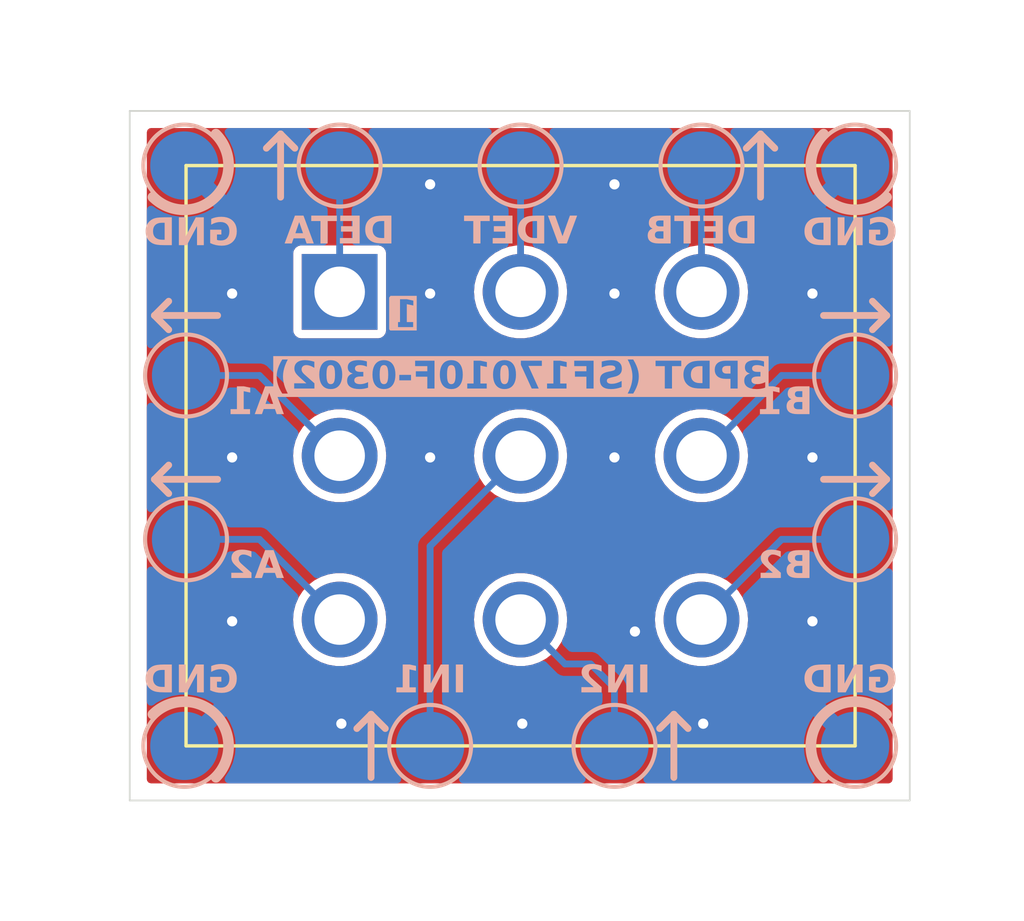
<source format=kicad_pcb>
(kicad_pcb (version 20240108) (generator "pcbnew") (generator_version "8.0")
  (layers (0 "F.Cu" signal) (31 "B.Cu" signal) (34 "B.Paste" user) (35 "F.Paste" user) (36 "B.SilkS" user "B.Silkscreen") (37 "F.SilkS" user "F.Silkscreen") (38 "B.Mask" user) (39 "F.Mask" user) (44 "Edge.Cuts" user))
  (net 0 "")
  (net 1 "/V+")
  (net 2 "/DETECT_A")
  (net 3 "/A_RIGHT")
  (net 4 "/B_RIGHT")
  (net 5 "/B_LEFT")
  (net 6 "/DETECT_B")
  (net 7 "/IN_LEFT")
  (net 8 "/A_LEFT")
  (net 9 "/IN_RIGHT")
  (net 10 "GND")
  (footprint "SF17010F-0302-21R-L-011:SF17010F030221RL011" (layer "F.Cu") (at 127.95 76.55)
    (property "Reference" "S101" (hide yes))
    (property "Value" "SF17010F-0302-21R-L-011" (hide yes))
    (fp_line (start -4.5 -3.7) (end 15.1 -3.7) (stroke (width 0.1)) (layer "F.SilkS"))
    (fp_line (start -4.5 13.3) (end -4.5 -3.7) (stroke (width 0.1)) (layer "F.SilkS"))
    (fp_line (start 15.1 -3.7) (end 15.1 13.3) (stroke (width 0.1)) (layer "F.SilkS"))
    (fp_line (start 15.1 13.3) (end -4.5 13.3) (stroke (width 0.1)) (layer "F.SilkS"))
    (pad "11" thru_hole rect (at 0 0) (size 2.22 2.22) (drill 1.48) (layers "*.Cu" "*.Mask") (net 2 "/DETECT_A"))
    (pad "12" thru_hole circle (at 5.3 0) (size 2.22 2.22) (drill 1.48) (layers "*.Cu" "*.Mask") (net 1 "/V+"))
    (pad "13" thru_hole circle (at 10.6 0) (size 2.22 2.22) (drill 1.48) (layers "*.Cu" "*.Mask") (net 6 "/DETECT_B"))
    (pad "21" thru_hole circle (at 0 4.8) (size 2.22 2.22) (drill 1.48) (layers "*.Cu" "*.Mask") (net 8 "/A_LEFT"))
    (pad "22" thru_hole circle (at 5.3 4.8) (size 2.22 2.22) (drill 1.48) (layers "*.Cu" "*.Mask") (net 7 "/IN_LEFT"))
    (pad "23" thru_hole circle (at 10.6 4.8) (size 2.22 2.22) (drill 1.48) (layers "*.Cu" "*.Mask") (net 5 "/B_LEFT"))
    (pad "31" thru_hole circle (at 0 9.6) (size 2.22 2.22) (drill 1.48) (layers "*.Cu" "*.Mask") (net 3 "/A_RIGHT"))
    (pad "32" thru_hole circle (at 5.3 9.6) (size 2.22 2.22) (drill 1.48) (layers "*.Cu" "*.Mask") (net 9 "/IN_RIGHT"))
    (pad "33" thru_hole circle (at 10.6 9.6) (size 2.22 2.22) (drill 1.48) (layers "*.Cu" "*.Mask") (net 4 "/B_RIGHT"))
  )
  (footprint "TestPoint:TestPoint_Pad_D2.0mm" (layer "B.Cu") (at 123.45 83.8 180)
    (property "Reference" "TP106" (hide yes))
    (property "Value" "TestPoint")
    (fp_circle (center 0 0) (end 0 -1.2) (stroke (width 0.12)) (fill none) (layer "B.SilkS"))
    (pad "1" smd circle (at 0 0 180) (size 2 2) (layers "B.Cu" "B.Mask") (net 3 "/A_RIGHT"))
  )
  (footprint "TestPoint:TestPoint_Pad_D2.0mm" (layer "B.Cu") (at 123.45 79 180)
    (property "Reference" "TP105" (hide yes))
    (property "Value" "TestPoint")
    (fp_circle (center 0 0) (end 0 -1.2) (stroke (width 0.12)) (fill none) (layer "B.SilkS"))
    (pad "1" smd circle (at 0 0 180) (size 2 2) (layers "B.Cu" "B.Mask") (net 8 "/A_LEFT"))
  )
  (footprint "TestPoint:TestPoint_Pad_D2.0mm" (layer "B.Cu") (at 143.05 89.85 180)
    (property "Reference" "TP113" (hide yes))
    (property "Value" "TestPoint")
    (fp_circle (center 0 0) (end 0 -1.2) (stroke (width 0.12)) (fill none) (layer "B.SilkS"))
    (pad "1" smd circle (at 0 0 180) (size 2 2) (layers "B.Cu" "B.Mask") (net 10 "GND"))
  )
  (footprint "TestPoint:TestPoint_Pad_D2.0mm" (layer "B.Cu") (at 123.4 89.85 180)
    (property "Reference" "TP112" (hide yes))
    (property "Value" "TestPoint")
    (fp_circle (center 0 0) (end 0 -1.2) (stroke (width 0.12)) (fill none) (layer "B.SilkS"))
    (pad "1" smd circle (at 0 0 180) (size 2 2) (layers "B.Cu" "B.Mask") (net 10 "GND"))
  )
  (footprint "TestPoint:TestPoint_Pad_D2.0mm" (layer "B.Cu") (at 143.05 72.85 180)
    (property "Reference" "TP111" (hide yes))
    (property "Value" "TestPoint")
    (fp_circle (center 0 0) (end 0 -1.2) (stroke (width 0.12)) (fill none) (layer "B.SilkS"))
    (pad "1" smd circle (at 0 0 180) (size 2 2) (layers "B.Cu" "B.Mask") (net 10 "GND"))
  )
  (footprint "TestPoint:TestPoint_Pad_D2.0mm" (layer "B.Cu") (at 143.05 83.8 180)
    (property "Reference" "TP109" (hide yes))
    (property "Value" "TestPoint")
    (fp_circle (center 0 0) (end 0 -1.2) (stroke (width 0.12)) (fill none) (layer "B.SilkS"))
    (pad "1" smd circle (at 0 0 180) (size 2 2) (layers "B.Cu" "B.Mask") (net 4 "/B_RIGHT"))
  )
  (footprint "TestPoint:TestPoint_Pad_D2.0mm" (layer "B.Cu") (at 138.55 72.85 180)
    (property "Reference" "TP107" (hide yes))
    (property "Value" "TestPoint")
    (fp_circle (center 0 0) (end 0 -1.2) (stroke (width 0.12)) (fill none) (layer "B.SilkS"))
    (pad "1" smd circle (at 0 0 180) (size 2 2) (layers "B.Cu" "B.Mask") (net 6 "/DETECT_B"))
  )
  (footprint "TestPoint:TestPoint_Pad_D2.0mm" (layer "B.Cu") (at 136 89.85 -90)
    (property "Reference" "TP103" (hide yes))
    (property "Value" "TestPoint")
    (fp_circle (center 0 0) (end 0 -1.2) (stroke (width 0.12)) (fill none) (layer "B.SilkS"))
    (pad "1" smd circle (at 0 0 270) (size 2 2) (layers "B.Cu" "B.Mask") (net 9 "/IN_RIGHT"))
  )
  (footprint "TestPoint:TestPoint_Pad_D2.0mm" (layer "B.Cu") (at 143.05 79 180)
    (property "Reference" "TP108" (hide yes))
    (property "Value" "TestPoint")
    (fp_circle (center 0 0) (end 0 -1.2) (stroke (width 0.12)) (fill none) (layer "B.SilkS"))
    (pad "1" smd circle (at 0 0 180) (size 2 2) (layers "B.Cu" "B.Mask") (net 5 "/B_LEFT"))
  )
  (footprint "TestPoint:TestPoint_Pad_D2.0mm" (layer "B.Cu") (at 130.6 89.85 -90)
    (property "Reference" "TP102" (hide yes))
    (property "Value" "TestPoint")
    (fp_circle (center 0 0) (end 0 -1.2) (stroke (width 0.12)) (fill none) (layer "B.SilkS"))
    (pad "1" smd circle (at 0 0 270) (size 2 2) (layers "B.Cu" "B.Mask") (net 7 "/IN_LEFT"))
  )
  (footprint "TestPoint:TestPoint_Pad_D2.0mm" (layer "B.Cu") (at 133.25 72.85 180)
    (property "Reference" "TP101" (hide yes))
    (property "Value" "TestPoint")
    (fp_circle (center 0 0) (end 0 -1.2) (stroke (width 0.12)) (fill none) (layer "B.SilkS"))
    (pad "1" smd circle (at 0 0 180) (size 2 2) (layers "B.Cu" "B.Mask") (net 1 "/V+"))
  )
  (footprint "TestPoint:TestPoint_Pad_D2.0mm" (layer "B.Cu") (at 127.95 72.85 180)
    (property "Reference" "TP104" (hide yes))
    (property "Value" "TestPoint")
    (fp_circle (center 0 0) (end 0 -1.2) (stroke (width 0.12)) (fill none) (layer "B.SilkS"))
    (pad "1" smd circle (at 0 0 180) (size 2 2) (layers "B.Cu" "B.Mask") (net 2 "/DETECT_A"))
  )
  (footprint "TestPoint:TestPoint_Pad_D2.0mm" (layer "B.Cu") (at 123.4 72.85 180)
    (property "Reference" "TP110" (hide yes))
    (property "Value" "TestPoint")
    (fp_circle (center 0 0) (end 0 -1.2) (stroke (width 0.12)) (fill none) (layer "B.SilkS"))
    (pad "1" smd circle (at 0 0 180) (size 2 2) (layers "B.Cu" "B.Mask") (net 10 "GND"))
  )
  (gr_line (start 143.975 82.041668) (end 143.558321 81.624989) (stroke (width 0.2)) (layer "B.SilkS"))
  (gr_line (start 143.975 77.241668) (end 143.558321 76.824989) (stroke (width 0.2)) (layer "B.SilkS"))
  (gr_line (start 122.525 77.241668) (end 122.941679 77.658347) (stroke (width 0.2)) (layer "B.SilkS"))
  (gr_line (start 143.975 82.041668) (end 143.558336 82.458332) (stroke (width 0.2)) (layer "B.SilkS"))
  (gr_line (start 122.525 77.241668) (end 122.941664 76.825004) (stroke (width 0.2)) (layer "B.SilkS"))
  (gr_line (start 126.22 73.775) (end 126.22 71.925) (stroke (width 0.2)) (layer "B.SilkS"))
  (gr_line (start 140.28 71.925) (end 139.863321 72.341679) (stroke (width 0.2)) (layer "B.SilkS"))
  (gr_line (start 122.525 82.041668) (end 122.941679 82.458347) (stroke (width 0.2)) (layer "B.SilkS"))
  (gr_line (start 124.375 82.041668) (end 122.525 82.041668) (stroke (width 0.2)) (layer "B.SilkS"))
  (gr_line (start 128.87 90.775) (end 128.87 88.925) (stroke (width 0.2)) (layer "B.SilkS"))
  (gr_arc (start 143.975338 73.775338) (mid 142.124662 73.775338) (end 142.124662 71.924662) (stroke (width 0.3)) (layer "B.SilkS"))
  (gr_line (start 140.28 73.775) (end 140.28 71.925) (stroke (width 0.2)) (layer "B.SilkS"))
  (gr_arc (start 124.325338 71.924662) (mid 124.325338 73.775338) (end 122.474662 73.775338) (stroke (width 0.3)) (layer "B.SilkS"))
  (gr_line (start 122.525 82.041668) (end 122.941664 81.625004) (stroke (width 0.2)) (layer "B.SilkS"))
  (gr_arc (start 122.474662 88.924662) (mid 124.325338 88.924662) (end 124.325338 90.775338) (stroke (width 0.3)) (layer "B.SilkS"))
  (gr_line (start 126.22 71.925) (end 126.636664 72.341664) (stroke (width 0.2)) (layer "B.SilkS"))
  (gr_rect (start 129.45 76.73) (end 129.61 77.63) (stroke (width 0.1)) (fill solid) (layer "B.SilkS"))
  (gr_line (start 140.28 71.925) (end 140.696664 72.341664) (stroke (width 0.2)) (layer "B.SilkS"))
  (gr_line (start 137.74 88.925) (end 138.156664 89.341664) (stroke (width 0.2)) (layer "B.SilkS"))
  (gr_line (start 143.975 77.241668) (end 143.558336 77.658332) (stroke (width 0.2)) (layer "B.SilkS"))
  (gr_line (start 137.74 90.775) (end 137.74 88.925) (stroke (width 0.2)) (layer "B.SilkS"))
  (gr_line (start 142.125 77.241668) (end 143.975 77.241668) (stroke (width 0.2)) (layer "B.SilkS"))
  (gr_line (start 137.74 88.925) (end 137.323321 89.341679) (stroke (width 0.2)) (layer "B.SilkS"))
  (gr_line (start 126.22 71.925) (end 125.803321 72.341679) (stroke (width 0.2)) (layer "B.SilkS"))
  (gr_line (start 124.375 77.241668) (end 122.525 77.241668) (stroke (width 0.2)) (layer "B.SilkS"))
  (gr_line (start 142.125 82.041668) (end 143.975 82.041668) (stroke (width 0.2)) (layer "B.SilkS"))
  (gr_line (start 128.87 88.925) (end 128.453321 89.341679) (stroke (width 0.2)) (layer "B.SilkS"))
  (gr_line (start 128.87 88.925) (end 129.286664 89.341664) (stroke (width 0.2)) (layer "B.SilkS"))
  (gr_arc (start 142.124662 90.775338) (mid 142.124662 88.924662) (end 143.975338 88.924662) (stroke (width 0.3)) (layer "B.SilkS"))
  (gr_line (start 121.8 91.45) (end 121.8 71.25) (stroke (width 0.05)) (layer "Edge.Cuts"))
  (gr_line (start 144.65 91.45) (end 121.8 91.45) (stroke (width 0.05)) (layer "Edge.Cuts"))
  (gr_line (start 121.8 71.25) (end 144.65 71.25) (stroke (width 0.05)) (layer "Edge.Cuts"))
  (gr_line (start 144.65 71.25) (end 144.65 91.45) (stroke (width 0.05)) (layer "Edge.Cuts"))
  (gr_text "DETA" (at 127.95 74.8 0) (layer "B.SilkS") (effects (font (size 0.8 0.8) (thickness 0.2) (bold yes)) (justify mirror)))
  (gr_text "GND" (at 123.6 74.85 0) (layer "B.SilkS") (effects (font (size 0.8 0.8) (thickness 0.2) (bold yes)) (justify mirror)))
  (gr_text "A2" (at 125.5 84.6 0) (layer "B.SilkS") (effects (font (size 0.8 0.8) (thickness 0.2) (bold yes)) (justify mirror)))
  (gr_text "B1" (at 141 79.8 0) (layer "B.SilkS") (effects (font (size 0.8 0.8) (thickness 0.2) (bold yes)) (justify mirror)))
  (gr_text "IN2" (at 136 87.95 0) (layer "B.SilkS") (effects (font (size 0.8 0.8) (thickness 0.2) (bold yes)) (justify mirror)))
  (gr_text "3PDT (SF17010F-0302)" (at 133.25 79.05 0) (layer "B.SilkS" knockout) (effects (font (size 0.8 0.8) (thickness 0.2) (bold yes)) (justify mirror)))
  (gr_text "B2" (at 141 84.6 0) (layer "B.SilkS") (effects (font (size 0.8 0.8) (thickness 0.2) (bold yes)) (justify mirror)))
  (gr_text "GND" (at 142.9 74.85 0) (layer "B.SilkS") (effects (font (size 0.8 0.8) (thickness 0.2) (bold yes)) (justify mirror)))
  (gr_text "IN1" (at 130.6 87.95 0) (layer "B.SilkS") (effects (font (size 0.8 0.8) (thickness 0.2) (bold yes)) (justify mirror)))
  (gr_text "VDET" (at 133.25 74.8 0) (layer "B.SilkS") (effects (font (size 0.8 0.8) (thickness 0.2) (bold yes)) (justify mirror)))
  (gr_text "1 " (at 129.65 77.25 0) (layer "B.SilkS" knockout) (effects (font (size 0.8 0.8) (thickness 0.2) (bold yes)) (justify mirror)))
  (gr_text "A1" (at 125.5 79.8 0) (layer "B.SilkS") (effects (font (size 0.8 0.8) (thickness 0.2) (bold yes)) (justify mirror)))
  (gr_text "DETB" (at 138.55 74.8 0) (layer "B.SilkS") (effects (font (size 0.8 0.8) (thickness 0.2) (bold yes)) (justify mirror)))
  (gr_text "GND" (at 142.9 87.95 0) (layer "B.SilkS") (effects (font (size 0.8 0.8) (thickness 0.2) (bold yes)) (justify mirror)))
  (gr_text "GND" (at 123.6 87.95 0) (layer "B.SilkS") (effects (font (size 0.8 0.8) (thickness 0.2) (bold yes)) (justify mirror)))
  (segment (start 133.25 76.55) (end 133.25 72.85) (width 0.2) (layer "B.Cu") (net 1))
  (segment (start 127.95 76.55) (end 127.95 72.85) (width 0.2) (layer "B.Cu") (net 2))
  (segment (start 123.45 83.8) (end 125.6 83.8) (width 0.2) (layer "B.Cu") (net 3))
  (segment (start 125.6 83.8) (end 127.95 86.15) (width 0.2) (layer "B.Cu") (net 3))
  (segment (start 143.05 83.8) (end 140.9 83.8) (width 0.2) (layer "B.Cu") (net 4))
  (segment (start 140.9 83.8) (end 138.55 86.15) (width 0.2) (layer "B.Cu") (net 4))
  (segment (start 140.9 79) (end 138.55 81.35) (width 0.2) (layer "B.Cu") (net 5))
  (segment (start 143.05 79) (end 140.9 79) (width 0.2) (layer "B.Cu") (net 5))
  (segment (start 138.55 76.55) (end 138.55 72.85) (width 0.2) (layer "B.Cu") (net 6))
  (segment (start 130.6 89.85) (end 130.6 84) (width 0.2) (layer "B.Cu") (net 7))
  (segment (start 130.6 84) (end 133.25 81.35) (width 0.2) (layer "B.Cu") (net 7))
  (segment (start 123.45 79) (end 125.6 79) (width 0.2) (layer "B.Cu") (net 8))
  (segment (start 125.6 79) (end 127.95 81.35) (width 0.2) (layer "B.Cu") (net 8))
  (segment (start 135.3 87.45) (end 134.55 87.45) (width 0.2) (layer "B.Cu") (net 9))
  (segment (start 136 88.15) (end 135.3 87.45) (width 0.2) (layer "B.Cu") (net 9))
  (segment (start 136 89.85) (end 136 88.15) (width 0.2) (layer "B.Cu") (net 9))
  (segment (start 134.55 87.45) (end 133.25 86.15) (width 0.2) (layer "B.Cu") (net 9))
  (via (at 130.6 81.4) (size 0.6) (drill 0.3) (layers "F.Cu" "B.Cu") (net 10))
  (via (at 128 89.2) (size 0.6) (drill 0.3) (layers "F.Cu" "B.Cu") (net 10))
  (via (at 136 76.6) (size 0.6) (drill 0.3) (layers "F.Cu" "B.Cu") (net 10))
  (via (at 130.6 73.4) (size 0.6) (drill 0.3) (layers "F.Cu" "B.Cu") (net 10))
  (via (at 130.6 76.6) (size 0.6) (drill 0.3) (layers "F.Cu" "B.Cu") (net 10))
  (via (at 133.3 89.2) (size 0.6) (drill 0.3) (layers "F.Cu" "B.Cu") (net 10))
  (via (at 124.8 86.2) (size 0.6) (drill 0.3) (layers "F.Cu" "B.Cu") (net 10))
  (via (at 141.8 81.4) (size 0.6) (drill 0.3) (layers "F.Cu" "B.Cu") (net 10))
  (via (at 141.8 76.6) (size 0.6) (drill 0.3) (layers "F.Cu" "B.Cu") (net 10))
  (via (at 136 81.4) (size 0.6) (drill 0.3) (layers "F.Cu" "B.Cu") (net 10))
  (via (at 141.8 86.2) (size 0.6) (drill 0.3) (layers "F.Cu" "B.Cu") (net 10))
  (via (at 136 73.4) (size 0.6) (drill 0.3) (layers "F.Cu" "B.Cu") (net 10))
  (via (at 124.8 81.4) (size 0.6) (drill 0.3) (layers "F.Cu" "B.Cu") (net 10))
  (via (at 124.8 76.6) (size 0.6) (drill 0.3) (layers "F.Cu" "B.Cu") (net 10))
  (via (at 138.6 89.2) (size 0.6) (drill 0.3) (layers "F.Cu" "B.Cu") (net 10))
  (via (at 136.6 86.5) (size 0.6) (drill 0.3) (layers "F.Cu" "B.Cu") (net 10))
  (zone (net 10) (net_name "GND") (layers "F&B.Cu") (connect_pads (clearance 0.25)) (min_thickness 0.25) (fill yes (thermal_gap 0.5) (thermal_bridge_width 0.5))
    (polygon (pts (xy 118 68) (xy 148 68) (xy 148 95) (xy 118 95)))
  )
)
</source>
